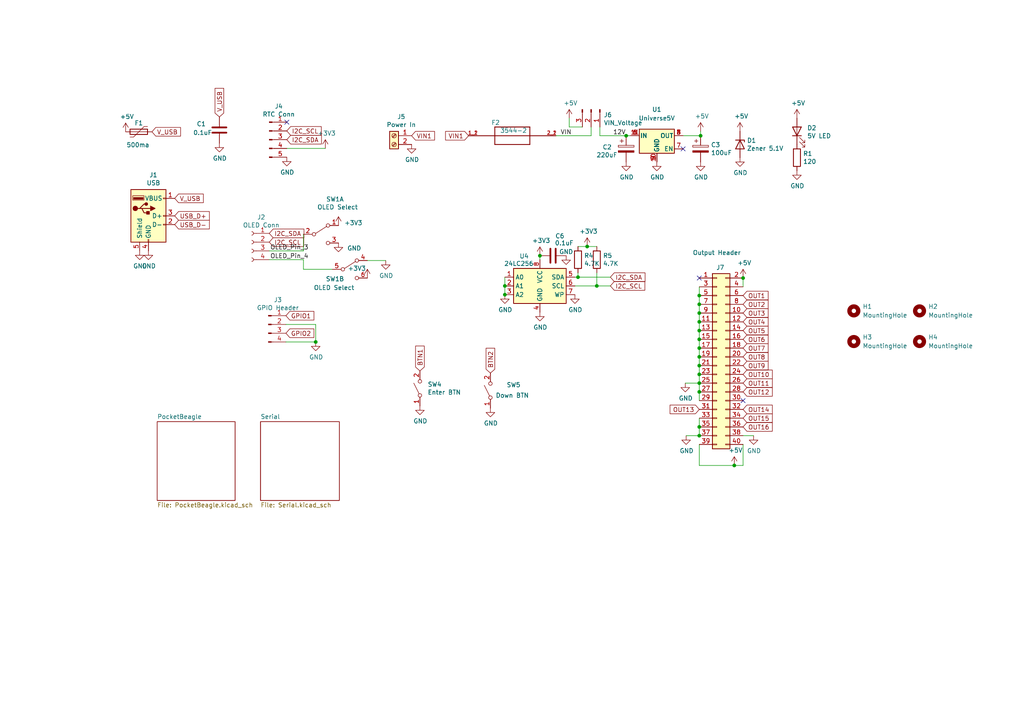
<source format=kicad_sch>
(kicad_sch (version 20211123) (generator eeschema)
  (paper "A4")
  (title_block (title "PB 16 Min") (date "2022-08-13") (rev "v3") (company "Scott Hanson"))
  (lib_symbols
    (symbol "Connector:Conn_01x03_Male" (pin_names (offset 1.016) hide)
      (property "Reference" "J" (at 0 5.08 0))
      (property "Value" "Conn_01x03_Male" (at 0 -5.08 0))
      (symbol "Conn_01x03_Male_1_1"
        (polyline (pts (xy 1.27 -2.54) (xy 0.8636 -2.54)) (stroke (width 0.1524)))
        (polyline (pts (xy 1.27 0) (xy 0.8636 0)) (stroke (width 0.1524)))
        (polyline (pts (xy 1.27 2.54) (xy 0.8636 2.54)) (stroke (width 0.1524)))
        (rectangle (start 0.8636 -2.413) (end 0 -2.667) (stroke (width 0.1524)) (fill (type outline)))
        (rectangle (start 0.8636 0.127) (end 0 -0.127) (stroke (width 0.1524)) (fill (type outline)))
        (rectangle (start 0.8636 2.667) (end 0 2.413) (stroke (width 0.1524)) (fill (type outline)))
        (pin passive line (at 5.08 2.54 180) (length 3.81) (name "Pin_1") (number "1"))
        (pin passive line (at 5.08 0 180) (length 3.81) (name "Pin_2") (number "2"))
        (pin passive line (at 5.08 -2.54 180) (length 3.81) (name "Pin_3") (number "3"))
      )
    )
    (symbol "Connector:Conn_01x04_Female" (pin_names (offset 1.016) hide)
      (property "Reference" "J" (at 0 5.08 0))
      (property "Value" "Conn_01x04_Female" (at 0 -7.62 0))
      (symbol "Conn_01x04_Female_1_1"
        (arc (start 0 -4.572) (mid -0.508 -5.08) (end 0 -5.588) (stroke (width 0.1524)))
        (arc (start 0 -2.032) (mid -0.508 -2.54) (end 0 -3.048) (stroke (width 0.1524)))
        (polyline (pts (xy -1.27 -5.08) (xy -0.508 -5.08)) (stroke (width 0.1524)))
        (polyline (pts (xy -1.27 -2.54) (xy -0.508 -2.54)) (stroke (width 0.1524)))
        (polyline (pts (xy -1.27 0) (xy -0.508 0)) (stroke (width 0.1524)))
        (polyline (pts (xy -1.27 2.54) (xy -0.508 2.54)) (stroke (width 0.1524)))
        (arc (start 0 0.508) (mid -0.508 0) (end 0 -0.508) (stroke (width 0.1524)))
        (arc (start 0 3.048) (mid -0.508 2.54) (end 0 2.032) (stroke (width 0.1524)))
        (pin passive line (at -5.08 2.54 0) (length 3.81) (name "Pin_1") (number "1"))
        (pin passive line (at -5.08 0 0) (length 3.81) (name "Pin_2") (number "2"))
        (pin passive line (at -5.08 -2.54 0) (length 3.81) (name "Pin_3") (number "3"))
        (pin passive line (at -5.08 -5.08 0) (length 3.81) (name "Pin_4") (number "4"))
      )
    )
    (symbol "Connector:Conn_01x04_Male" (pin_names (offset 1.016) hide)
      (property "Reference" "J" (at 0 5.08 0))
      (property "Value" "Conn_01x04_Male" (at 0 -7.62 0))
      (symbol "Conn_01x04_Male_1_1"
        (polyline (pts (xy 1.27 -5.08) (xy 0.8636 -5.08)) (stroke (width 0.1524)))
        (polyline (pts (xy 1.27 -2.54) (xy 0.8636 -2.54)) (stroke (width 0.1524)))
        (polyline (pts (xy 1.27 0) (xy 0.8636 0)) (stroke (width 0.1524)))
        (polyline (pts (xy 1.27 2.54) (xy 0.8636 2.54)) (stroke (width 0.1524)))
        (rectangle (start 0.8636 -4.953) (end 0 -5.207) (stroke (width 0.1524)) (fill (type outline)))
        (rectangle (start 0.8636 -2.413) (end 0 -2.667) (stroke (width 0.1524)) (fill (type outline)))
        (rectangle (start 0.8636 0.127) (end 0 -0.127) (stroke (width 0.1524)) (fill (type outline)))
        (rectangle (start 0.8636 2.667) (end 0 2.413) (stroke (width 0.1524)) (fill (type outline)))
        (pin passive line (at 5.08 2.54 180) (length 3.81) (name "Pin_1") (number "1"))
        (pin passive line (at 5.08 0 180) (length 3.81) (name "Pin_2") (number "2"))
        (pin passive line (at 5.08 -2.54 180) (length 3.81) (name "Pin_3") (number "3"))
        (pin passive line (at 5.08 -5.08 180) (length 3.81) (name "Pin_4") (number "4"))
      )
    )
    (symbol "Connector:Conn_01x05_Male" (pin_names (offset 1.016) hide)
      (property "Reference" "J" (at 0 7.62 0))
      (property "Value" "Conn_01x05_Male" (at 0 -7.62 0))
      (symbol "Conn_01x05_Male_1_1"
        (polyline (pts (xy 1.27 -5.08) (xy 0.8636 -5.08)) (stroke (width 0.1524)))
        (polyline (pts (xy 1.27 -2.54) (xy 0.8636 -2.54)) (stroke (width 0.1524)))
        (polyline (pts (xy 1.27 0) (xy 0.8636 0)) (stroke (width 0.1524)))
        (polyline (pts (xy 1.27 2.54) (xy 0.8636 2.54)) (stroke (width 0.1524)))
        (polyline (pts (xy 1.27 5.08) (xy 0.8636 5.08)) (stroke (width 0.1524)))
        (rectangle (start 0.8636 -4.953) (end 0 -5.207) (stroke (width 0.1524)) (fill (type outline)))
        (rectangle (start 0.8636 -2.413) (end 0 -2.667) (stroke (width 0.1524)) (fill (type outline)))
        (rectangle (start 0.8636 0.127) (end 0 -0.127) (stroke (width 0.1524)) (fill (type outline)))
        (rectangle (start 0.8636 2.667) (end 0 2.413) (stroke (width 0.1524)) (fill (type outline)))
        (rectangle (start 0.8636 5.207) (end 0 4.953) (stroke (width 0.1524)) (fill (type outline)))
        (pin passive line (at 5.08 5.08 180) (length 3.81) (name "Pin_1") (number "1"))
        (pin passive line (at 5.08 2.54 180) (length 3.81) (name "Pin_2") (number "2"))
        (pin passive line (at 5.08 0 180) (length 3.81) (name "Pin_3") (number "3"))
        (pin passive line (at 5.08 -2.54 180) (length 3.81) (name "Pin_4") (number "4"))
        (pin passive line (at 5.08 -5.08 180) (length 3.81) (name "Pin_5") (number "5"))
      )
    )
    (symbol "Connector:Screw_Terminal_01x02" (pin_names (offset 1.016) hide)
      (property "Reference" "J" (at 0 2.54 0))
      (property "Value" "Screw_Terminal_01x02" (at 0 -5.08 0))
      (symbol "Screw_Terminal_01x02_1_1"
        (rectangle (start -1.27 1.27) (end 1.27 -3.81) (stroke (width 0.254)) (fill (type background)))
        (circle (center 0 -2.54) (radius 0.635) (stroke (width 0.1524)))
        (polyline (pts (xy -0.5334 -2.2098) (xy 0.3302 -3.048)) (stroke (width 0.1524)))
        (polyline (pts (xy -0.5334 0.3302) (xy 0.3302 -0.508)) (stroke (width 0.1524)))
        (polyline (pts (xy -0.3556 -2.032) (xy 0.508 -2.8702)) (stroke (width 0.1524)))
        (polyline (pts (xy -0.3556 0.508) (xy 0.508 -0.3302)) (stroke (width 0.1524)))
        (circle (center 0 0) (radius 0.635) (stroke (width 0.1524)))
        (pin passive line (at -5.08 0 0) (length 3.81) (name "Pin_1") (number "1"))
        (pin passive line (at -5.08 -2.54 0) (length 3.81) (name "Pin_2") (number "2"))
      )
    )
    (symbol "Connector_Generic:Conn_02x20_Odd_Even" (pin_names (offset 1.016) hide)
      (property "Reference" "J" (at 1.27 25.4 0))
      (property "Value" "Conn_02x20_Odd_Even" (at 1.27 -27.94 0))
      (symbol "Conn_02x20_Odd_Even_1_1"
        (rectangle (start -1.27 -25.273) (end 0 -25.527) (stroke (width 0.1524)))
        (rectangle (start -1.27 -22.733) (end 0 -22.987) (stroke (width 0.1524)))
        (rectangle (start -1.27 -20.193) (end 0 -20.447) (stroke (width 0.1524)))
        (rectangle (start -1.27 -17.653) (end 0 -17.907) (stroke (width 0.1524)))
        (rectangle (start -1.27 -15.113) (end 0 -15.367) (stroke (width 0.1524)))
        (rectangle (start -1.27 -12.573) (end 0 -12.827) (stroke (width 0.1524)))
        (rectangle (start -1.27 -10.033) (end 0 -10.287) (stroke (width 0.1524)))
        (rectangle (start -1.27 -7.493) (end 0 -7.747) (stroke (width 0.1524)))
        (rectangle (start -1.27 -4.953) (end 0 -5.207) (stroke (width 0.1524)))
        (rectangle (start -1.27 -2.413) (end 0 -2.667) (stroke (width 0.1524)))
        (rectangle (start -1.27 0.127) (end 0 -0.127) (stroke (width 0.1524)))
        (rectangle (start -1.27 2.667) (end 0 2.413) (stroke (width 0.1524)))
        (rectangle (start -1.27 5.207) (end 0 4.953) (stroke (width 0.1524)))
        (rectangle (start -1.27 7.747) (end 0 7.493) (stroke (width 0.1524)))
        (rectangle (start -1.27 10.287) (end 0 10.033) (stroke (width 0.1524)))
        (rectangle (start -1.27 12.827) (end 0 12.573) (stroke (width 0.1524)))
        (rectangle (start -1.27 15.367) (end 0 15.113) (stroke (width 0.1524)))
        (rectangle (start -1.27 17.907) (end 0 17.653) (stroke (width 0.1524)))
        (rectangle (start -1.27 20.447) (end 0 20.193) (stroke (width 0.1524)))
        (rectangle (start -1.27 22.987) (end 0 22.733) (stroke (width 0.1524)))
        (rectangle (start -1.27 24.13) (end 3.81 -26.67) (stroke (width 0.254)) (fill (type background)))
        (rectangle (start 3.81 -25.273) (end 2.54 -25.527) (stroke (width 0.1524)))
        (rectangle (start 3.81 -22.733) (end 2.54 -22.987) (stroke (width 0.1524)))
        (rectangle (start 3.81 -20.193) (end 2.54 -20.447) (stroke (width 0.1524)))
        (rectangle (start 3.81 -17.653) (end 2.54 -17.907) (stroke (width 0.1524)))
        (rectangle (start 3.81 -15.113) (end 2.54 -15.367) (stroke (width 0.1524)))
        (rectangle (start 3.81 -12.573) (end 2.54 -12.827) (stroke (width 0.1524)))
        (rectangle (start 3.81 -10.033) (end 2.54 -10.287) (stroke (width 0.1524)))
        (rectangle (start 3.81 -7.493) (end 2.54 -7.747) (stroke (width 0.1524)))
        (rectangle (start 3.81 -4.953) (end 2.54 -5.207) (stroke (width 0.1524)))
        (rectangle (start 3.81 -2.413) (end 2.54 -2.667) (stroke (width 0.1524)))
        (rectangle (start 3.81 0.127) (end 2.54 -0.127) (stroke (width 0.1524)))
        (rectangle (start 3.81 2.667) (end 2.54 2.413) (stroke (width 0.1524)))
        (rectangle (start 3.81 5.207) (end 2.54 4.953) (stroke (width 0.1524)))
        (rectangle (start 3.81 7.747) (end 2.54 7.493) (stroke (width 0.1524)))
        (rectangle (start 3.81 10.287) (end 2.54 10.033) (stroke (width 0.1524)))
        (rectangle (start 3.81 12.827) (end 2.54 12.573) (stroke (width 0.1524)))
        (rectangle (start 3.81 15.367) (end 2.54 15.113) (stroke (width 0.1524)))
        (rectangle (start 3.81 17.907) (end 2.54 17.653) (stroke (width 0.1524)))
        (rectangle (start 3.81 20.447) (end 2.54 20.193) (stroke (width 0.1524)))
        (rectangle (start 3.81 22.987) (end 2.54 22.733) (stroke (width 0.1524)))
        (pin passive line (at -5.08 22.86 0) (length 3.81) (name "Pin_1") (number "1"))
        (pin passive line (at 7.62 12.7 180) (length 3.81) (name "Pin_10") (number "10"))
        (pin passive line (at -5.08 10.16 0) (length 3.81) (name "Pin_11") (number "11"))
        (pin passive line (at 7.62 10.16 180) (length 3.81) (name "Pin_12") (number "12"))
        (pin passive line (at -5.08 7.62 0) (length 3.81) (name "Pin_13") (number "13"))
        (pin passive line (at 7.62 7.62 180) (length 3.81) (name "Pin_14") (number "14"))
        (pin passive line (at -5.08 5.08 0) (length 3.81) (name "Pin_15") (number "15"))
        (pin passive line (at 7.62 5.08 180) (length 3.81) (name "Pin_16") (number "16"))
        (pin passive line (at -5.08 2.54 0) (length 3.81) (name "Pin_17") (number "17"))
        (pin passive line (at 7.62 2.54 180) (length 3.81) (name "Pin_18") (number "18"))
        (pin passive line (at -5.08 0 0) (length 3.81) (name "Pin_19") (number "19"))
        (pin passive line (at 7.62 22.86 180) (length 3.81) (name "Pin_2") (number "2"))
        (pin passive line (at 7.62 0 180) (length 3.81) (name "Pin_20") (number "20"))
        (pin passive line (at -5.08 -2.54 0) (length 3.81) (name "Pin_21") (number "21"))
        (pin passive line (at 7.62 -2.54 180) (length 3.81) (name "Pin_22") (number "22"))
        (pin passive line (at -5.08 -5.08 0) (length 3.81) (name "Pin_23") (number "23"))
        (pin passive line (at 7.62 -5.08 180) (length 3.81) (name "Pin_24") (number "24"))
        (pin passive line (at -5.08 -7.62 0) (length 3.81) (name "Pin_25") (number "25"))
        (pin passive line (at 7.62 -7.62 180) (length 3.81) (name "Pin_26") (number "26"))
        (pin passive line (at -5.08 -10.16 0) (length 3.81) (name "Pin_27") (number "27"))
        (pin passive line (at 7.62 -10.16 180) (length 3.81) (name "Pin_28") (number "28"))
        (pin passive line (at -5.08 -12.7 0) (length 3.81) (name "Pin_29") (number "29"))
        (pin passive line (at -5.08 20.32 0) (length 3.81) (name "Pin_3") (number "3"))
        (pin passive line (at 7.62 -12.7 180) (length 3.81) (name "Pin_30") (number "30"))
        (pin passive line (at -5.08 -15.24 0) (length 3.81) (name "Pin_31") (number "31"))
        (pin passive line (at 7.62 -15.24 180) (length 3.81) (name "Pin_32") (number "32"))
        (pin passive line (at -5.08 -17.78 0) (length 3.81) (name "Pin_33") (number "33"))
        (pin passive line (at 7.62 -17.78 180) (length 3.81) (name "Pin_34") (number "34"))
        (pin passive line (at -5.08 -20.32 0) (length 3.81) (name "Pin_35") (number "35"))
        (pin passive line (at 7.62 -20.32 180) (length 3.81) (name "Pin_36") (number "36"))
        (pin passive line (at -5.08 -22.86 0) (length 3.81) (name "Pin_37") (number "37"))
        (pin passive line (at 7.62 -22.86 180) (length 3.81) (name "Pin_38") (number "38"))
        (pin passive line (at -5.08 -25.4 0) (length 3.81) (name "Pin_39") (number "39"))
        (pin passive line (at 7.62 20.32 180) (length 3.81) (name "Pin_4") (number "4"))
        (pin passive line (at 7.62 -25.4 180) (length 3.81) (name "Pin_40") (number "40"))
        (pin passive line (at -5.08 17.78 0) (length 3.81) (name "Pin_5") (number "5"))
        (pin passive line (at 7.62 17.78 180) (length 3.81) (name "Pin_6") (number "6"))
        (pin passive line (at -5.08 15.24 0) (length 3.81) (name "Pin_7") (number "7"))
        (pin passive line (at 7.62 15.24 180) (length 3.81) (name "Pin_8") (number "8"))
        (pin passive line (at -5.08 12.7 0) (length 3.81) (name "Pin_9") (number "9"))
      )
    )
    (symbol "Device:C" (pin_numbers hide) (pin_names (offset 0.254))
      (property "Reference" "C" (at 0.635 2.54 0))
      (property "Value" "C" (at 0.635 -2.54 0))
      (symbol "C_0_1"
        (polyline (pts (xy -2.032 -0.762) (xy 2.032 -0.762)) (stroke (width 0.508)))
        (polyline (pts (xy -2.032 0.762) (xy 2.032 0.762)) (stroke (width 0.508)))
      )
      (symbol "C_1_1"
        (pin passive line (at 0 3.81 270) (length 2.794) (name "~") (number "1"))
        (pin passive line (at 0 -3.81 90) (length 2.794) (name "~") (number "2"))
      )
    )
    (symbol "Device:D_Zener" (pin_numbers hide) (pin_names (offset 1.016) hide)
      (property "Reference" "D" (at 0 2.54 0))
      (property "Value" "D_Zener" (at 0 -2.54 0))
      (symbol "D_Zener_0_1"
        (polyline (pts (xy 1.27 0) (xy -1.27 0)))
        (polyline (pts (xy -1.27 -1.27) (xy -1.27 1.27) (xy -0.762 1.27)) (stroke (width 0.254)))
        (polyline (pts (xy 1.27 -1.27) (xy 1.27 1.27) (xy -1.27 0) (xy 1.27 -1.27)) (stroke (width 0.254)))
      )
      (symbol "D_Zener_1_1"
        (pin passive line (at -3.81 0 0) (length 2.54) (name "K") (number "1"))
        (pin passive line (at 3.81 0 180) (length 2.54) (name "A") (number "2"))
      )
    )
    (symbol "Device:LED" (pin_numbers hide) (pin_names (offset 1.016) hide)
      (property "Reference" "D" (at 0 2.54 0))
      (property "Value" "LED" (at 0 -2.54 0))
      (symbol "LED_0_1"
        (polyline (pts (xy -1.27 -1.27) (xy -1.27 1.27)) (stroke (width 0.254)))
        (polyline (pts (xy -1.27 0) (xy 1.27 0)))
        (polyline (pts (xy 1.27 -1.27) (xy 1.27 1.27) (xy -1.27 0) (xy 1.27 -1.27)) (stroke (width 0.254)))
        (polyline (pts (xy -3.048 -0.762) (xy -4.572 -2.286) (xy -3.81 -2.286) (xy -4.572 -2.286) (xy -4.572 -1.524)))
        (polyline (pts (xy -1.778 -0.762) (xy -3.302 -2.286) (xy -2.54 -2.286) (xy -3.302 -2.286) (xy -3.302 -1.524)))
      )
      (symbol "LED_1_1"
        (pin passive line (at -3.81 0 0) (length 2.54) (name "K") (number "1"))
        (pin passive line (at 3.81 0 180) (length 2.54) (name "A") (number "2"))
      )
    )
    (symbol "Device:Polyfuse" (pin_numbers hide) (pin_names (offset 0))
      (property "Reference" "F" (at -2.54 0 90))
      (property "Value" "Polyfuse" (at 2.54 0 90))
      (symbol "Polyfuse_0_1"
        (rectangle (start -0.762 2.54) (end 0.762 -2.54) (stroke (width 0.254)))
        (polyline (pts (xy 0 2.54) (xy 0 -2.54)))
        (polyline (pts (xy -1.524 2.54) (xy -1.524 1.524) (xy 1.524 -1.524) (xy 1.524 -2.54)))
      )
      (symbol "Polyfuse_1_1"
        (pin passive line (at 0 3.81 270) (length 1.27) (name "~") (number "1"))
        (pin passive line (at 0 -3.81 90) (length 1.27) (name "~") (number "2"))
      )
    )
    (symbol "Device:R" (pin_numbers hide) (pin_names (offset 0))
      (property "Reference" "R" (at 2.032 0 90))
      (property "Value" "R" (at 0 0 90))
      (symbol "R_0_1"
        (rectangle (start -1.016 -2.54) (end 1.016 2.54) (stroke (width 0.254)))
      )
      (symbol "R_1_1"
        (pin passive line (at 0 3.81 270) (length 1.27) (name "~") (number "1"))
        (pin passive line (at 0 -3.81 90) (length 1.27) (name "~") (number "2"))
      )
    )
    (symbol "Mechanical:MountingHole" (pin_names (offset 1.016))
      (property "Reference" "H" (at 0 5.08 0))
      (property "Value" "MountingHole" (at 0 3.175 0))
      (symbol "MountingHole_0_1"
        (circle (center 0 0) (radius 1.27) (stroke (width 1.27)))
      )
    )
    (symbol "Memory_EEPROM:24LC256"
      (property "Reference" "U" (at -6.35 6.35 0))
      (property "Value" "24LC256" (at 1.27 6.35 0))
      (symbol "24LC256_1_1"
        (rectangle (start -7.62 5.08) (end 7.62 -5.08) (stroke (width 0.254)) (fill (type background)))
        (pin input line (at -10.16 2.54 0) (length 2.54) (name "A0") (number "1"))
        (pin input line (at -10.16 0 0) (length 2.54) (name "A1") (number "2"))
        (pin input line (at -10.16 -2.54 0) (length 2.54) (name "A2") (number "3"))
        (pin power_in line (at 0 -7.62 90) (length 2.54) (name "GND") (number "4"))
        (pin bidirectional line (at 10.16 2.54 180) (length 2.54) (name "SDA") (number "5"))
        (pin input line (at 10.16 0 180) (length 2.54) (name "SCL") (number "6"))
        (pin input line (at 10.16 -2.54 180) (length 2.54) (name "WP") (number "7"))
        (pin power_in line (at 0 7.62 270) (length 2.54) (name "VCC") (number "8"))
      )
    )
    (symbol "PB_16-rescue:+3.3V-power" (power) (pin_names (offset 0))
      (property "Value" "+3.3V-power" (at 0 3.556 0))
      (symbol "+3.3V-power_0_1"
        (polyline (pts (xy -0.762 1.27) (xy 0 2.54)))
        (polyline (pts (xy 0 0) (xy 0 2.54)))
        (polyline (pts (xy 0 2.54) (xy 0.762 1.27)))
      )
      (symbol "+3.3V-power_1_1"
        (pin power_in line (at 0 0 90) (length 0) hide (name "+3V3") (number "1"))
      )
    )
    (symbol "PB_16-rescue:3544-2-Keystone_Fuse" (pin_names (offset 1.016) hide)
      (property "Reference" "F" (at -5.08 3.302 0))
      (property "Value" "3544-2-Keystone_Fuse" (at -5.08 -5.08 0))
      (symbol "3544-2-Keystone_Fuse_0_0"
        (polyline (pts (xy -12.7 0) (xy 12.7 0)) (stroke (width 0.254)))
        (polyline (pts (xy -5.08 -2.54) (xy -5.08 2.54)) (stroke (width 0.254)))
        (polyline (pts (xy -5.08 2.54) (xy 5.08 2.54)) (stroke (width 0.254)))
        (polyline (pts (xy 5.08 -2.54) (xy -5.08 -2.54)) (stroke (width 0.254)))
        (polyline (pts (xy 5.08 2.54) (xy 5.08 -2.54)) (stroke (width 0.254)))
        (pin passive line (at -12.7 0 0) (length 2.54) (name "1") (number "1_1"))
        (pin passive line (at -12.7 0 0) (length 2.54) (name "1") (number "1_2"))
        (pin passive line (at 12.7 0 180) (length 2.54) (name "2") (number "2_1"))
        (pin passive line (at 12.7 0 180) (length 2.54) (name "2") (number "2_2"))
      )
    )
    (symbol "PB_16-rescue:CP-Device" (pin_numbers hide) (pin_names (offset 0.254))
      (property "Reference" "C" (at 0.635 2.54 0))
      (property "Value" "CP-Device" (at 0.635 -2.54 0))
      (symbol "CP-Device_0_1"
        (rectangle (start -2.286 0.508) (end 2.286 1.016))
        (polyline (pts (xy -1.778 2.286) (xy -0.762 2.286)))
        (polyline (pts (xy -1.27 2.794) (xy -1.27 1.778)))
        (rectangle (start 2.286 -0.508) (end -2.286 -1.016) (fill (type outline)))
      )
      (symbol "CP-Device_1_1"
        (pin passive line (at 0 3.81 270) (length 2.794) (name "~") (number "1"))
        (pin passive line (at 0 -3.81 90) (length 2.794) (name "~") (number "2"))
      )
    )
    (symbol "PB_16-rescue:USB_A-Connector" (pin_names (offset 1.016))
      (property "Reference" "J" (at -5.08 11.43 0))
      (property "Value" "USB_A-Connector" (at -5.08 8.89 0))
      (symbol "USB_A-Connector_0_1"
        (rectangle (start -5.08 -7.62) (end 5.08 7.62) (stroke (width 0.254)) (fill (type background)))
        (circle (center -3.81 2.159) (radius 0.635) (stroke (width 0.254)) (fill (type outline)))
        (rectangle (start -1.524 4.826) (end -4.318 5.334) (fill (type outline)))
        (rectangle (start -1.27 4.572) (end -4.572 5.842))
        (circle (center -0.635 3.429) (radius 0.381) (stroke (width 0.254)) (fill (type outline)))
        (rectangle (start -0.127 -7.62) (end 0.127 -6.858))
        (polyline (pts (xy -3.175 2.159) (xy -2.54 2.159) (xy -1.27 3.429) (xy -0.635 3.429)) (stroke (width 0.254)))
        (polyline (pts (xy -2.54 2.159) (xy -1.905 2.159) (xy -1.27 0.889) (xy 0 0.889)) (stroke (width 0.254)))
        (polyline (pts (xy 0.635 2.794) (xy 0.635 1.524) (xy 1.905 2.159) (xy 0.635 2.794)) (stroke (width 0.254)) (fill (type outline)))
        (rectangle (start 0.254 1.27) (end -0.508 0.508) (stroke (width 0.254)) (fill (type outline)))
        (rectangle (start 5.08 -2.667) (end 4.318 -2.413))
        (rectangle (start 5.08 -0.127) (end 4.318 0.127))
        (rectangle (start 5.08 4.953) (end 4.318 5.207))
      )
      (symbol "USB_A-Connector_1_1"
        (polyline (pts (xy -1.905 2.159) (xy 0.635 2.159)) (stroke (width 0.254)))
        (pin power_in line (at 7.62 5.08 180) (length 2.54) (name "VBUS") (number "1"))
        (pin passive line (at 7.62 -2.54 180) (length 2.54) (name "D-") (number "2"))
        (pin passive line (at 7.62 0 180) (length 2.54) (name "D+") (number "3"))
        (pin power_in line (at 0 -10.16 90) (length 2.54) (name "GND") (number "4"))
        (pin passive line (at -2.54 -10.16 90) (length 2.54) (name "Shield") (number "5"))
      )
    )
    (symbol "Scotts:Universe5V" (pin_names (offset 0.254))
      (property "Reference" "U" (at -3.81 3.175 0))
      (property "Value" "Universe5V" (at 0 3.175 0))
      (symbol "Universe5V_0_0"
        (pin power_in line (at 0 -7.62 90) (length 2.54) (name "GND") (number "10"))
        (pin power_in line (at -7.62 0 0) (length 2.54) (name "IN") (number "11"))
        (pin power_out line (at 7.62 0 180) (length 2.54) (name "OUT") (number "4"))
        (pin power_in line (at 0 -7.62 90) (length 2.54) (name "GND") (number "5"))
        (pin power_in line (at -7.62 0 0) (length 2.54) (name "IN") (number "6"))
        (pin output line (at 7.62 -3.81 180) (length 2.54) (name "EN") (number "7"))
        (pin power_out line (at 7.62 0 180) (length 2.54) (name "OUT") (number "8"))
        (pin power_in line (at 0 -7.62 90) (length 2.54) (name "GND") (number "9"))
      )
      (symbol "Universe5V_0_1"
        (rectangle (start -5.08 1.905) (end 5.08 -5.08) (stroke (width 0.254)) (fill (type background)))
      )
      (symbol "Universe5V_1_1"
        (pin power_in line (at -7.62 0 0) (length 2.54) (name "IN") (number "1"))
        (pin power_in line (at 0 -7.62 90) (length 2.54) (name "GND") (number "2"))
        (pin power_out line (at 7.62 0 180) (length 2.54) (name "OUT") (number "3"))
      )
    )
    (symbol "Switch:SW_DPDT_x2" (pin_names (offset 0) hide)
      (property "Reference" "SW" (at 0 4.318 0))
      (property "Value" "SW_DPDT_x2" (at 0 -5.08 0))
      (symbol "SW_DPDT_x2_0_0"
        (circle (center -2.032 0) (radius 0.508))
        (circle (center 2.032 -2.54) (radius 0.508))
      )
      (symbol "SW_DPDT_x2_0_1"
        (polyline (pts (xy -1.524 0.254) (xy 1.651 2.286)))
        (circle (center 2.032 2.54) (radius 0.508))
      )
      (symbol "SW_DPDT_x2_1_1"
        (pin passive line (at 5.08 2.54 180) (length 2.54) (name "A") (number "1"))
        (pin passive line (at -5.08 0 0) (length 2.54) (name "B") (number "2"))
        (pin passive line (at 5.08 -2.54 180) (length 2.54) (name "C") (number "3"))
      )
      (symbol "SW_DPDT_x2_2_1"
        (pin passive line (at 5.08 2.54 180) (length 2.54) (name "A") (number "4"))
        (pin passive line (at -5.08 0 0) (length 2.54) (name "B") (number "5"))
        (pin passive line (at 5.08 -2.54 180) (length 2.54) (name "C") (number "6"))
      )
    )
    (symbol "Switch:SW_SPST" (pin_names (offset 0) hide)
      (property "Reference" "SW" (at 0 3.175 0))
      (property "Value" "SW_SPST" (at 0 -2.54 0))
      (symbol "SW_SPST_0_0"
        (circle (center -2.032 0) (radius 0.508))
        (polyline (pts (xy -1.524 0.254) (xy 1.524 1.778)))
        (circle (center 2.032 0) (radius 0.508))
      )
      (symbol "SW_SPST_1_1"
        (pin passive line (at -5.08 0 0) (length 2.54) (name "A") (number "1"))
        (pin passive line (at 5.08 0 180) (length 2.54) (name "B") (number "2"))
      )
    )
    (symbol "power:+5V" (power) (pin_names (offset 0))
      (property "Value" "+5V" (at 0 3.556 0))
      (symbol "+5V_0_1"
        (polyline (pts (xy -0.762 1.27) (xy 0 2.54)))
        (polyline (pts (xy 0 0) (xy 0 2.54)))
        (polyline (pts (xy 0 2.54) (xy 0.762 1.27)))
      )
      (symbol "+5V_1_1"
        (pin power_in line (at 0 0 90) (length 0) hide (name "+5V") (number "1"))
      )
    )
    (symbol "power:GND" (power) (pin_names (offset 0))
      (property "Value" "GND" (at 0 -3.81 0))
      (symbol "GND_0_1"
        (polyline (pts (xy 0 0) (xy 0 -1.27) (xy 1.27 -1.27) (xy 0 -2.54) (xy -1.27 -1.27) (xy 0 -1.27)))
      )
      (symbol "GND_1_1"
        (pin power_in line (at 0 0 270) (length 0) hide (name "GND") (number "1"))
      )
    )
  )
  (junction (at 202.819 85.725))
  (junction (at 203.2 39.37))
  (junction (at 156.591 74.168))
  (junction (at 202.819 95.885))
  (junction (at 202.819 90.805))
  (junction (at 202.819 106.045))
  (junction (at 215.519 80.645))
  (junction (at 202.819 98.425))
  (junction (at 202.819 103.505))
  (junction (at 202.819 93.345))
  (junction (at 212.979 135.001))
  (junction (at 202.819 126.365))
  (junction (at 202.819 100.965))
  (junction (at 170.307 71.501))
  (junction (at 202.819 111.125))
  (junction (at 202.819 113.665))
  (junction (at 181.61 39.37))
  (junction (at 167.64 80.391))
  (junction (at 146.431 82.931))
  (junction (at 202.819 108.585))
  (junction (at 173.101 82.931))
  (junction (at 202.819 88.265))
  (junction (at 202.819 123.825))
  (junction (at 91.567 99.187))
  (junction (at 146.431 85.471))
  (no_connect (at 215.519 116.205))
  (no_connect (at 198.12 43.18))
  (no_connect (at 83.185 35.433))
  (no_connect (at 202.819 80.645))
  (wire (pts (xy 91.567 94.107) (xy 91.567 99.187)))
  (wire (pts (xy 173.99 39.37) (xy 173.99 36.83)))
  (wire (pts (xy 165.1 36.83) (xy 168.91 36.83)))
  (wire (pts (xy 202.819 90.805) (xy 202.819 93.345)))
  (wire (pts (xy 202.819 108.585) (xy 202.819 111.125)))
  (wire (pts (xy 78.105 72.771) (xy 88.011 72.771)))
  (wire (pts (xy 182.88 39.37) (xy 181.61 39.37)))
  (wire (pts (xy 212.979 135.001) (xy 202.819 135.001)))
  (wire (pts (xy 167.64 79.121) (xy 167.64 80.391)))
  (wire (pts (xy 215.519 135.001) (xy 212.979 135.001)))
  (wire (pts (xy 165.1 34.29) (xy 165.1 36.83)))
  (wire (pts (xy 161.29 39.37) (xy 171.45 39.37)))
  (wire (pts (xy 146.431 80.391) (xy 146.431 82.931)))
  (wire (pts (xy 215.519 126.365) (xy 218.567 126.365)))
  (wire (pts (xy 82.931 94.107) (xy 91.567 94.107)))
  (wire (pts (xy 202.819 111.125) (xy 198.755 111.125)))
  (wire (pts (xy 146.431 82.931) (xy 146.431 85.471)))
  (wire (pts (xy 171.45 36.83) (xy 171.45 39.37)))
  (wire (pts (xy 202.819 106.045) (xy 202.819 108.585)))
  (wire (pts (xy 166.751 82.931) (xy 173.101 82.931)))
  (wire (pts (xy 91.567 99.187) (xy 82.931 99.187)))
  (wire (pts (xy 202.819 83.185) (xy 202.819 85.725)))
  (wire (pts (xy 167.64 80.391) (xy 177.038 80.391)))
  (wire (pts (xy 202.819 93.345) (xy 202.819 95.885)))
  (wire (pts (xy 202.819 123.825) (xy 202.819 126.365)))
  (wire (pts (xy 111.887 75.565) (xy 106.553 75.565)))
  (wire (pts (xy 215.519 80.645) (xy 215.519 83.185)))
  (wire (pts (xy 202.819 85.725) (xy 202.819 88.265)))
  (wire (pts (xy 170.307 71.501) (xy 173.101 71.501)))
  (wire (pts (xy 215.519 128.905) (xy 215.519 135.001)))
  (wire (pts (xy 202.819 111.125) (xy 202.819 113.665)))
  (wire (pts (xy 202.819 126.365) (xy 199.009 126.365)))
  (wire (pts (xy 173.101 79.121) (xy 173.101 82.931)))
  (wire (pts (xy 78.105 75.311) (xy 88.011 75.311)))
  (wire (pts (xy 203.2 38.1) (xy 203.2 39.37)))
  (wire (pts (xy 156.591 75.311) (xy 156.591 74.168)))
  (wire (pts (xy 198.12 39.37) (xy 203.2 39.37)))
  (wire (pts (xy 202.819 113.665) (xy 202.819 116.205)))
  (wire (pts (xy 202.819 98.425) (xy 202.819 100.965)))
  (wire (pts (xy 202.819 88.265) (xy 202.819 90.805)))
  (wire (pts (xy 202.819 103.505) (xy 202.819 106.045)))
  (wire (pts (xy 202.819 100.965) (xy 202.819 103.505)))
  (wire (pts (xy 173.101 82.931) (xy 177.038 82.931)))
  (wire (pts (xy 202.819 128.905) (xy 202.819 135.001)))
  (wire (pts (xy 96.393 78.105) (xy 88.011 78.105)))
  (wire (pts (xy 88.011 67.945) (xy 88.011 72.771)))
  (wire (pts (xy 181.61 39.37) (xy 173.99 39.37)))
  (wire (pts (xy 88.011 75.311) (xy 88.011 78.105)))
  (wire (pts (xy 202.819 95.885) (xy 202.819 98.425)))
  (wire (pts (xy 83.185 43.053) (xy 94.361 43.053)))
  (wire (pts (xy 202.819 121.285) (xy 202.819 123.825)))
  (wire (pts (xy 167.64 71.501) (xy 170.307 71.501)))
  (wire (pts (xy 166.751 80.391) (xy 167.64 80.391)))
  (label "OLED_Pin_4" (at 78.359 75.311 0))
  (label "VIN" (at 162.56 39.37 0))
  (label "12V" (at 177.8 39.37 0))
  (label "OLED_Pin_3" (at 78.359 72.771 0))
  (global_label "OUT1" (shape input) (at 215.519 85.725 0) (property "Intersheet References" "${INTERSHEET_REFS}" (effects hide)))
  (global_label "I2C_SDA" (shape input) (at 177.038 80.391 0) (property "Intersheet References" "${INTERSHEET_REFS}" (effects hide)))
  (global_label "I2C_SCL" (shape input) (at 83.185 37.973 0) (property "Intersheet References" "${INTERSHEET_REFS}" (effects hide)))
  (global_label "OUT10" (shape input) (at 215.519 108.585 0) (property "Intersheet References" "${INTERSHEET_REFS}" (effects hide)))
  (global_label "OUT3" (shape input) (at 215.519 90.805 0) (property "Intersheet References" "${INTERSHEET_REFS}" (effects hide)))
  (global_label "V_USB" (shape input) (at 50.673 57.531 0) (property "Intersheet References" "${INTERSHEET_REFS}" (effects hide)))
  (global_label "GPIO2" (shape input) (at 82.931 96.647 0) (property "Intersheet References" "${INTERSHEET_REFS}" (effects hide)))
  (global_label "OUT11" (shape input) (at 215.519 111.125 0) (property "Intersheet References" "${INTERSHEET_REFS}" (effects hide)))
  (global_label "I2C_SDA" (shape input) (at 78.105 67.691 0) (property "Intersheet References" "${INTERSHEET_REFS}" (effects hide)))
  (global_label "OUT13" (shape input) (at 202.819 118.745 180) (property "Intersheet References" "${INTERSHEET_REFS}" (effects hide)))
  (global_label "I2C_SCL" (shape input) (at 78.105 70.231 0) (property "Intersheet References" "${INTERSHEET_REFS}" (effects hide)))
  (global_label "OUT7" (shape input) (at 215.519 100.965 0) (property "Intersheet References" "${INTERSHEET_REFS}" (effects hide)))
  (global_label "VIN1" (shape input) (at 135.89 39.37 180) (property "Intersheet References" "${INTERSHEET_REFS}" (effects hide)))
  (global_label "OUT4" (shape input) (at 215.519 93.345 0) (property "Intersheet References" "${INTERSHEET_REFS}" (effects hide)))
  (global_label "I2C_SDA" (shape input) (at 83.185 40.513 0) (property "Intersheet References" "${INTERSHEET_REFS}" (effects hide)))
  (global_label "GPIO1" (shape input) (at 82.931 91.567 0) (property "Intersheet References" "${INTERSHEET_REFS}" (effects hide)))
  (global_label "BTN2" (shape input) (at 142.24 108.204 90) (property "Intersheet References" "${INTERSHEET_REFS}" (effects hide)))
  (global_label "USB_D-" (shape input) (at 50.673 65.151 0) (property "Intersheet References" "${INTERSHEET_REFS}" (effects hide)))
  (global_label "BTN1" (shape input) (at 121.793 107.569 90) (property "Intersheet References" "${INTERSHEET_REFS}" (effects hide)))
  (global_label "V_USB" (shape input) (at 44.069 38.227 0) (property "Intersheet References" "${INTERSHEET_REFS}" (effects hide)))
  (global_label "OUT14" (shape input) (at 215.519 118.745 0) (property "Intersheet References" "${INTERSHEET_REFS}" (effects hide)))
  (global_label "I2C_SCL" (shape input) (at 177.038 82.931 0) (property "Intersheet References" "${INTERSHEET_REFS}" (effects hide)))
  (global_label "USB_D+" (shape input) (at 50.673 62.611 0) (property "Intersheet References" "${INTERSHEET_REFS}" (effects hide)))
  (global_label "V_USB" (shape input) (at 63.627 33.909 90) (property "Intersheet References" "${INTERSHEET_REFS}" (effects hide)))
  (global_label "OUT5" (shape input) (at 215.519 95.885 0) (property "Intersheet References" "${INTERSHEET_REFS}" (effects hide)))
  (global_label "OUT15" (shape input) (at 215.519 121.285 0) (property "Intersheet References" "${INTERSHEET_REFS}" (effects hide)))
  (global_label "VIN1" (shape input) (at 119.38 39.37 0) (property "Intersheet References" "${INTERSHEET_REFS}" (effects hide)))
  (global_label "OUT6" (shape input) (at 215.519 98.425 0) (property "Intersheet References" "${INTERSHEET_REFS}" (effects hide)))
  (global_label "OUT12" (shape input) (at 215.519 113.665 0) (property "Intersheet References" "${INTERSHEET_REFS}" (effects hide)))
  (global_label "OUT8" (shape input) (at 215.519 103.505 0) (property "Intersheet References" "${INTERSHEET_REFS}" (effects hide)))
  (global_label "OUT9" (shape input) (at 215.519 106.045 0) (property "Intersheet References" "${INTERSHEET_REFS}" (effects hide)))
  (global_label "OUT16" (shape input) (at 215.519 123.825 0) (property "Intersheet References" "${INTERSHEET_REFS}" (effects hide)))
  (global_label "OUT2" (shape input) (at 215.519 88.265 0) (property "Intersheet References" "${INTERSHEET_REFS}" (effects hide)))
  (symbol (lib_id "PB_16-rescue:CP-Device") (at 203.2 43.18 0) (unit 1)
    (property "Reference" "C3" (at 206.1972 42.0116 0) (effects (justify left)))
    (property "Value" "100uF" (at 206.1972 44.323 0) (effects (justify left)))
    (property "Footprint" "Capacitor_THT:CP_Radial_D5.0mm_P2.00mm" (effects hide))
    (property "Digi-Key_PN" "1189-1148-ND" (effects hide))
    (property "MPN" "16ZLH100MEFC5X11" (effects hide))
  )
  (symbol (lib_id "PB_16-rescue:CP-Device") (at 181.61 43.18 0) (unit 1)
    (property "Reference" "C2" (at 174.752 42.672 0) (effects (justify left)))
    (property "Value" "220uF" (at 172.974 44.958 0) (effects (justify left)))
    (property "Footprint" "Capacitor_THT:CP_Radial_D10.0mm_P5.00mm" (effects hide))
    (property "Digi-Key_PN" "P5183-ND" (effects hide))
    (property "MPN" "ECA-1HM221" (effects hide))
  )
  (symbol (lib_id "power:GND") (at 119.38 41.91 0) (unit 1)
    (property "Reference" "#PWR012" (effects hide))
    (property "Value" "GND" (at 119.507 46.3042 0))
  )
  (symbol (lib_id "power:GND") (at 190.5 46.99 0) (unit 1)
    (property "Reference" "#PWR020" (effects hide))
    (property "Value" "GND" (at 190.627 51.3842 0))
  )
  (symbol (lib_id "power:GND") (at 203.2 46.99 0) (unit 1)
    (property "Reference" "#PWR024" (effects hide))
    (property "Value" "GND" (at 203.327 51.3842 0))
  )
  (symbol (lib_id "power:GND") (at 181.61 46.99 0) (unit 1)
    (property "Reference" "#PWR019" (effects hide))
    (property "Value" "GND" (at 181.737 51.3842 0))
  )
  (symbol (lib_id "power:+5V") (at 203.2 38.1 0) (unit 1)
    (property "Reference" "#PWR023" (effects hide))
    (property "Value" "+5V" (at 203.581 33.7058 0))
  )
  (symbol (lib_id "PB_16-rescue:3544-2-Keystone_Fuse") (at 148.59 39.37 0) (unit 1)
    (property "Reference" "F2" (at 142.494 35.56 0) (effects (justify left)))
    (property "Value" "3544-2" (at 145.034 37.846 0) (effects (justify left)))
    (property "Footprint" "Keystone_Fuse:FUSE_3544-2" (effects hide))
    (property "Field4" "3544-2" (effects hide))
    (property "Field5" "None" (effects hide))
    (property "Field6" "Unavailable" (effects hide))
    (property "Field7" "Fuse Clip; 500 VAC; 30 A; PCB; For 0.110 in. x 0.032 in. mini blade fuses" (effects hide))
    (property "Field8" "Keystone Electronics" (effects hide))
    (property "Digi-Key_PN" "36-3544-2-ND" (effects hide))
    (property "MPN" "3544-2" (effects hide))
  )
  (symbol (lib_id "Device:D_Zener") (at 214.63 41.91 270) (unit 1)
    (property "Reference" "D1" (at 216.6366 40.7416 90) (effects (justify left)))
    (property "Value" "Zener 5.1V" (at 216.6366 43.053 90) (effects (justify left)))
    (property "Footprint" "Diode_THT:D_5W_P10.16mm_Horizontal" (effects hide))
    (property "Digi-Key_PN" "1N5338BRLGOSCT-ND" (effects hide))
    (property "MPN" "1N5338BRLG" (effects hide))
  )
  (symbol (lib_id "power:+5V") (at 214.63 38.1 0) (unit 1)
    (property "Reference" "#PWR027" (effects hide))
    (property "Value" "+5V" (at 215.011 33.7058 0))
  )
  (symbol (lib_id "power:GND") (at 214.63 45.72 0) (unit 1)
    (property "Reference" "#PWR028" (effects hide))
    (property "Value" "GND" (at 214.757 50.1142 0))
  )
  (symbol (lib_id "Connector:Conn_01x03_Male") (at 171.45 31.75 270) (unit 1)
    (property "Reference" "J6" (at 175.1076 33.3248 90) (effects (justify left)))
    (property "Value" "VIN_Voltage" (at 175.1076 35.6362 90) (effects (justify left)))
    (property "Footprint" "Connector_PinHeader_2.54mm:PinHeader_1x03_P2.54mm_Vertical" (effects hide))
    (property "Digi-Key_PN" "732-5316-ND" (effects hide))
    (property "MPN" "61300311121" (effects hide))
  )
  (symbol (lib_id "power:+5V") (at 165.1 34.29 0) (unit 1)
    (property "Reference" "#PWR015" (effects hide))
    (property "Value" "+5V" (at 165.481 29.8958 0))
  )
  (symbol (lib_id "Device:Polyfuse") (at 40.259 38.227 270) (unit 1)
    (property "Reference" "F1" (at 40.259 35.687 90))
    (property "Value" "500ma" (at 40.005 42.037 90))
    (property "Footprint" "Fuse:Fuse_BelFuse_0ZRE0005FF_L8.3mm_W3.8mm" (effects hide))
    (property "Digi-Key_PN" "RXEF050-2HFCT-ND" (effects hide))
    (property "MPN" "RXEF050-2" (effects hide))
  )
  (symbol (lib_id "power:+5V") (at 36.449 38.227 0) (unit 1)
    (property "Reference" "#PWR01" (effects hide))
    (property "Value" "+5V" (at 36.83 33.8328 0))
  )
  (symbol (lib_id "PB_16-rescue:USB_A-Connector") (at 43.053 62.611 0) (unit 1)
    (property "Reference" "J1" (at 44.5008 50.7492 0))
    (property "Value" "USB" (at 44.5008 53.0606 0))
    (property "Footprint" "Connector_USB:USB_A_Molex_105057_Vertical" (effects hide))
    (property "Datasheet" " ~" (effects hide))
    (property "Digi-Key_PN" "WM8672-ND" (effects hide))
    (property "MPN" "1050570001" (effects hide))
  )
  (symbol (lib_id "power:GND") (at 40.513 72.771 0) (unit 1)
    (property "Reference" "#PWR02" (effects hide))
    (property "Value" "GND" (at 40.64 77.1652 0))
  )
  (symbol (lib_id "Connector:Conn_01x05_Male") (at 78.105 40.513 0) (unit 1)
    (property "Reference" "J4" (at 80.8482 30.8356 0))
    (property "Value" "RTC Conn" (at 80.8482 33.147 0))
    (property "Footprint" "Connector_PinHeader_2.54mm:PinHeader_1x05_P2.54mm_Vertical" (effects hide))
    (property "Digi-Key_PN" "732-5318-ND" (effects hide))
    (property "MPN" "61300511121" (effects hide))
  )
  (symbol (lib_id "power:GND") (at 83.185 45.593 0) (unit 1)
    (property "Reference" "#PWR05" (effects hide))
    (property "Value" "GND" (at 83.312 49.9872 0))
  )
  (symbol (lib_id "power:GND") (at 43.053 72.771 0) (unit 1)
    (property "Reference" "#PWR03" (effects hide))
    (property "Value" "GND" (at 43.18 77.1652 0))
  )
  (symbol (lib_id "Device:C") (at 63.627 37.719 0) (unit 1)
    (property "Reference" "C1" (at 57.023 35.941 0) (effects (justify left)))
    (property "Value" "0.1uF" (at 56.007 38.481 0) (effects (justify left)))
    (property "Footprint" "Capacitor_THT:C_Rect_L7.0mm_W2.0mm_P5.00mm" (effects hide))
    (property "Digi-Key_PN" "478-7336-1-ND" (effects hide))
    (property "MPN" "SR215C104KARTR1" (effects hide))
  )
  (symbol (lib_id "power:GND") (at 63.627 41.529 0) (unit 1)
    (property "Reference" "#PWR04" (effects hide))
    (property "Value" "GND" (at 63.754 45.9232 0))
  )
  (symbol (lib_id "Connector:Conn_01x04_Female") (at 73.025 70.231 0) (mirror y) (unit 1)
    (property "Reference" "J2" (at 75.7682 62.992 0))
    (property "Value" "OLED Conn" (at 75.7682 65.3034 0))
    (property "Footprint" "Connector_PinSocket_2.54mm:PinSocket_1x04_P2.54mm_Vertical" (effects hide))
    (property "Digi-Key_PN" "S7002-ND" (effects hide))
    (property "MPN" "PPTC041LFBN-RC" (effects hide))
  )
  (symbol (lib_id "power:GND") (at 111.887 75.565 0) (unit 1)
    (property "Reference" "#PWR011" (effects hide))
    (property "Value" "GND" (at 112.014 79.9592 0))
  )
  (symbol (lib_id "power:GND") (at 98.171 70.485 0) (unit 1)
    (property "Reference" "#PWR09" (effects hide))
    (property "Value" "GND" (at 102.743 72.009 0))
  )
  (symbol (lib_id "PB_16-rescue:+3.3V-power") (at 106.553 80.645 0) (unit 1)
    (property "Reference" "#PWR010" (effects hide))
    (property "Value" "+3.3V" (at 103.505 77.851 0))
  )
  (symbol (lib_id "PB_16-rescue:+3.3V-power") (at 94.361 43.053 0) (unit 1)
    (property "Reference" "#PWR07" (effects hide))
    (property "Value" "+3.3V" (at 94.742 38.6588 0))
  )
  (symbol (lib_id "PB_16-rescue:+3.3V-power") (at 98.171 65.405 0) (unit 1)
    (property "Reference" "#PWR08" (effects hide))
    (property "Value" "+3.3V" (at 102.489 64.643 0))
  )
  (symbol (lib_id "Switch:SW_DPDT_x2") (at 93.091 67.945 0) (unit 1)
    (property "Reference" "SW1" (at 97.155 57.785 0))
    (property "Value" "OLED Select" (at 97.917 60.071 0))
    (property "Footprint" "Button_Switch_THT:SW_CuK_JS202011CQN_DPDT_Straight" (effects hide))
    (property "Digi-Key_PN" "401-2001-ND" (effects hide))
    (property "MPN" "JS202011CQN" (effects hide))
  )
  (symbol (lib_id "Switch:SW_DPDT_x2") (at 101.473 78.105 0) (unit 2)
    (property "Reference" "SW1" (at 97.155 80.899 0))
    (property "Value" "OLED Select" (at 96.901 83.439 0))
    (property "Footprint" "Button_Switch_THT:SW_CuK_JS202011CQN_DPDT_Straight" (effects hide))
    (property "Digi-Key_PN" "401-2001-ND" (effects hide))
    (property "MPN" "JS202011CQN" (effects hide))
  )
  (symbol (lib_id "Connector:Screw_Terminal_01x02") (at 114.3 39.37 0) (mirror y) (unit 1)
    (property "Reference" "J5" (at 116.3828 33.8582 0))
    (property "Value" "Power In" (at 116.3828 36.1696 0))
    (property "Footprint" "MKDS1_2-3.81:PHOENIX_MKDS1_2-3.81" (effects hide))
    (property "Digi-Key_PN" "277-1947-ND" (effects hide))
    (property "MPN" "1727010" (effects hide))
  )
  (symbol (lib_id "Device:R") (at 231.14 45.72 180) (unit 1)
    (property "Reference" "R1" (at 232.918 44.5516 0) (effects (justify right)))
    (property "Value" "120" (at 232.918 46.863 0) (effects (justify right)))
    (property "Footprint" "Resistor_THT:R_Axial_DIN0207_L6.3mm_D2.5mm_P7.62mm_Horizontal" (effects hide))
    (property "Digi-Key_PN" "CF14JT120RCT-ND" (effects hide))
    (property "MPN" "CF14JT120R" (effects hide))
  )
  (symbol (lib_id "Device:LED") (at 231.14 38.1 90) (unit 1)
    (property "Reference" "D2" (at 234.1118 37.1094 90) (effects (justify right)))
    (property "Value" "5V LED" (at 234.1118 39.4208 90) (effects (justify right)))
    (property "Footprint" "LED_THT:LED_D3.0mm" (effects hide))
    (property "Digi-Key_PN" "754-1217-ND" (effects hide))
    (property "MPN" "WP3A8GD" (effects hide))
  )
  (symbol (lib_id "power:+5V") (at 231.14 34.29 0) (unit 1)
    (property "Reference" "#PWR030" (effects hide))
    (property "Value" "+5V" (at 231.521 29.8958 0))
  )
  (symbol (lib_id "power:GND") (at 231.14 49.53 0) (unit 1)
    (property "Reference" "#PWR031" (effects hide))
    (property "Value" "GND" (at 231.267 53.9242 0))
  )
  (symbol (lib_id "Connector:Conn_01x04_Male") (at 77.851 94.107 0) (unit 1)
    (property "Reference" "J3" (at 80.5942 86.9696 0))
    (property "Value" "GPIO Header" (at 80.5942 89.281 0))
    (property "Footprint" "Connector_JST:JST_XH_B4B-XH-A_1x04_P2.50mm_Vertical" (effects hide))
    (property "Digi-Key_PN" "455-2249-ND" (effects hide))
    (property "MPN" "B4B-XH-A(LF)(SN)" (effects hide))
  )
  (symbol (lib_id "power:GND") (at 91.567 99.187 0) (unit 1)
    (property "Reference" "#PWR06" (effects hide))
    (property "Value" "GND" (at 91.694 103.5812 0))
  )
  (symbol (lib_id "Connector_Generic:Conn_02x20_Odd_Even") (at 207.899 103.505 0) (unit 1)
    (property "Reference" "J7" (at 208.915 77.597 0))
    (property "Value" "Output Header" (at 207.899 73.279 0))
    (property "Footprint" "Connector_IDC:IDC-Header_2x20_P2.54mm_Vertical" (effects hide))
    (property "Digi-Key_PN" "S9175-ND" (effects hide))
    (property "MPN" "SBH11-PBPC-D20-ST-BK" (effects hide))
  )
  (symbol (lib_id "power:GND") (at 199.009 126.365 0) (unit 1)
    (property "Reference" "#PWR014" (effects hide))
    (property "Value" "GND" (at 199.136 130.7592 0))
  )
  (symbol (lib_id "power:GND") (at 218.567 126.365 0) (unit 1)
    (property "Reference" "#PWR018" (effects hide))
    (property "Value" "GND" (at 218.694 130.7592 0))
  )
  (symbol (lib_id "power:+5V") (at 212.979 135.001 0) (unit 1)
    (property "Reference" "#PWR016" (effects hide))
    (property "Value" "+5V" (at 213.36 130.6068 0))
  )
  (symbol (lib_id "power:+5V") (at 215.519 80.645 0) (unit 1)
    (property "Reference" "#PWR017" (effects hide))
    (property "Value" "+5V" (at 215.9 76.2508 0))
  )
  (symbol (lib_id "power:GND") (at 198.755 111.125 0) (unit 1)
    (property "Reference" "#PWR013" (effects hide))
    (property "Value" "GND" (at 198.882 115.5192 0))
  )
  (symbol (lib_id "Memory_EEPROM:24LC256") (at 156.591 82.931 0) (unit 1)
    (property "Reference" "U4" (at 152.019 74.295 0))
    (property "Value" "24LC256" (at 150.495 76.454 0))
    (property "Footprint" "Package_DIP:DIP-8_W7.62mm" (effects hide))
    (property "Datasheet" "http://ww1.microchip.com/downloads/en/devicedoc/21203m.pdf" (effects hide))
    (property "Digi-Key_PN" "1219-1052-ND" (effects hide))
    (property "MPN" "FT24C256A-UDR-B" (effects hide))
  )
  (symbol (lib_id "Device:C") (at 160.401 74.168 270) (unit 1)
    (property "Reference" "C6" (at 161.036 68.453 90) (effects (justify left)))
    (property "Value" "0.1uF" (at 160.909 70.485 90) (effects (justify left)))
    (property "Footprint" "Capacitor_THT:C_Rect_L7.0mm_W2.0mm_P5.00mm" (effects hide))
    (property "Digi-Key_PN" "478-7336-1-ND" (effects hide))
    (property "MPN" "SR215C104KARTR1" (effects hide))
  )
  (symbol (lib_id "power:GND") (at 164.211 74.168 0) (unit 1)
    (property "Reference" "#PWR026" (effects hide))
    (property "Value" "GND" (at 164.211 73.025 0))
  )
  (symbol (lib_id "PB_16-rescue:+3.3V-power") (at 156.591 74.168 0) (unit 1)
    (property "Reference" "#PWR022" (effects hide))
    (property "Value" "+3.3V" (at 156.972 69.7738 0))
  )
  (symbol (lib_id "power:GND") (at 156.591 90.551 0) (unit 1)
    (property "Reference" "#PWR025" (effects hide))
    (property "Value" "GND" (at 156.718 94.9452 0))
  )
  (symbol (lib_id "power:GND") (at 146.431 85.471 0) (unit 1)
    (property "Reference" "#PWR021" (effects hide))
    (property "Value" "GND" (at 146.558 89.8652 0))
  )
  (symbol (lib_id "power:GND") (at 166.751 85.471 0) (unit 1)
    (property "Reference" "#PWR029" (effects hide))
    (property "Value" "GND" (at 166.878 89.8652 0))
  )
  (symbol (lib_id "Device:R") (at 167.64 75.311 0) (unit 1)
    (property "Reference" "R4" (at 169.418 74.1426 0) (effects (justify left)))
    (property "Value" "4.7K" (at 169.418 76.454 0) (effects (justify left)))
    (property "Footprint" "Resistor_THT:R_Axial_DIN0207_L6.3mm_D2.5mm_P7.62mm_Horizontal" (effects hide))
    (property "Digi-Key_PN" "CF14JT4K70CT-ND" (effects hide))
    (property "MPN" "CF14JT4K70" (effects hide))
  )
  (symbol (lib_id "Device:R") (at 173.101 75.311 0) (unit 1)
    (property "Reference" "R5" (at 174.879 74.1426 0) (effects (justify left)))
    (property "Value" "4.7K" (at 174.879 76.454 0) (effects (justify left)))
    (property "Footprint" "Resistor_THT:R_Axial_DIN0207_L6.3mm_D2.5mm_P7.62mm_Horizontal" (effects hide))
    (property "Digi-Key_PN" "CF14JT4K70CT-ND" (effects hide))
    (property "MPN" "CF14JT4K70" (effects hide))
  )
  (symbol (lib_id "PB_16-rescue:+3.3V-power") (at 170.307 71.501 0) (unit 1)
    (property "Reference" "#PWR041" (effects hide))
    (property "Value" "+3.3V" (at 170.688 67.1068 0))
  )
  (symbol (lib_id "Switch:SW_SPST") (at 121.793 112.649 90) (unit 1)
    (property "Reference" "SW4" (at 124.0282 111.4806 90) (effects (justify right)))
    (property "Value" "Enter BTN" (at 124.0282 113.792 90) (effects (justify right)))
    (property "Footprint" "Button_Switch_THT:SW_PUSH_6mm" (effects hide))
    (property "Digi-Key_PN" "450-1650-ND" (effects hide))
    (property "MPN" "1825910-6" (effects hide))
  )
  (symbol (lib_id "Switch:SW_SPST") (at 142.24 113.284 90) (unit 1)
    (property "Reference" "SW5" (at 151.003 111.633 90) (effects (justify left)))
    (property "Value" "Down BTN" (at 153.416 114.681 90) (effects (justify left)))
    (property "Footprint" "Button_Switch_THT:SW_PUSH_6mm" (effects hide))
    (property "Digi-Key_PN" "450-1650-ND" (effects hide))
    (property "MPN" "1825910-6" (effects hide))
  )
  (symbol (lib_id "power:GND") (at 142.24 118.364 0) (unit 1)
    (property "Reference" "#PWR048" (effects hide))
    (property "Value" "GND" (at 142.367 122.7582 0))
  )
  (symbol (lib_id "power:GND") (at 121.793 117.729 0) (unit 1)
    (property "Reference" "#PWR042" (effects hide))
    (property "Value" "GND" (at 121.92 122.1232 0))
  )
  (symbol (lib_id "Mechanical:MountingHole") (at 266.7 99.06 0) (unit 1)
    (property "Reference" "H4" (at 269.24 97.7899 0) (effects (justify left)))
    (property "Value" "MountingHole" (at 269.24 100.3299 0) (effects (justify left)))
    (property "Footprint" "MountingHole:MountingHole_3.7mm" (effects hide))
  )
  (symbol (lib_id "Mechanical:MountingHole") (at 247.65 99.06 0) (unit 1)
    (property "Reference" "H3" (at 250.19 97.7899 0) (effects (justify left)))
    (property "Value" "MountingHole" (at 250.19 100.3299 0) (effects (justify left)))
    (property "Footprint" "MountingHole:MountingHole_3.7mm" (effects hide))
  )
  (symbol (lib_id "Scotts:Universe5V") (at 190.5 39.37 0) (unit 1)
    (property "Reference" "U1" (at 190.5 31.75 0))
    (property "Value" "Universe5V" (at 190.5 34.29 0))
    (property "Footprint" "Scotts:Universal_5V_Horizontal" (effects hide))
  )
  (symbol (lib_id "Mechanical:MountingHole") (at 247.65 90.17 0) (unit 1)
    (property "Reference" "H1" (at 250.19 88.8999 0) (effects (justify left)))
    (property "Value" "MountingHole" (at 250.19 91.4399 0) (effects (justify left)))
    (property "Footprint" "MountingHole:MountingHole_3.7mm" (effects hide))
  )
  (symbol (lib_id "Mechanical:MountingHole") (at 266.7 90.17 0) (unit 1)
    (property "Reference" "H2" (at 269.24 88.8999 0) (effects (justify left)))
    (property "Value" "MountingHole" (at 269.24 91.4399 0) (effects (justify left)))
    (property "Footprint" "MountingHole:MountingHole_3.7mm" (effects hide))
  )
  (sheet (at 45.593 122.301) (size 22.606 22.86)
    (property "Sheet name" "PocketBeagle" (at 45.593 121.5894 0) (effects (justify left bottom)))
    (property "Sheet file" "PocketBeagle.kicad_sch" (at 45.593 145.7456 0) (effects (justify left top)))
  )
  (sheet (at 75.565 122.301) (size 22.86 22.86)
    (property "Sheet name" "Serial" (at 75.565 121.5894 0) (effects (justify left bottom)))
    (property "Sheet file" "Serial.kicad_sch" (at 75.565 145.7456 0) (effects (justify left top)))
  )
)
</source>
